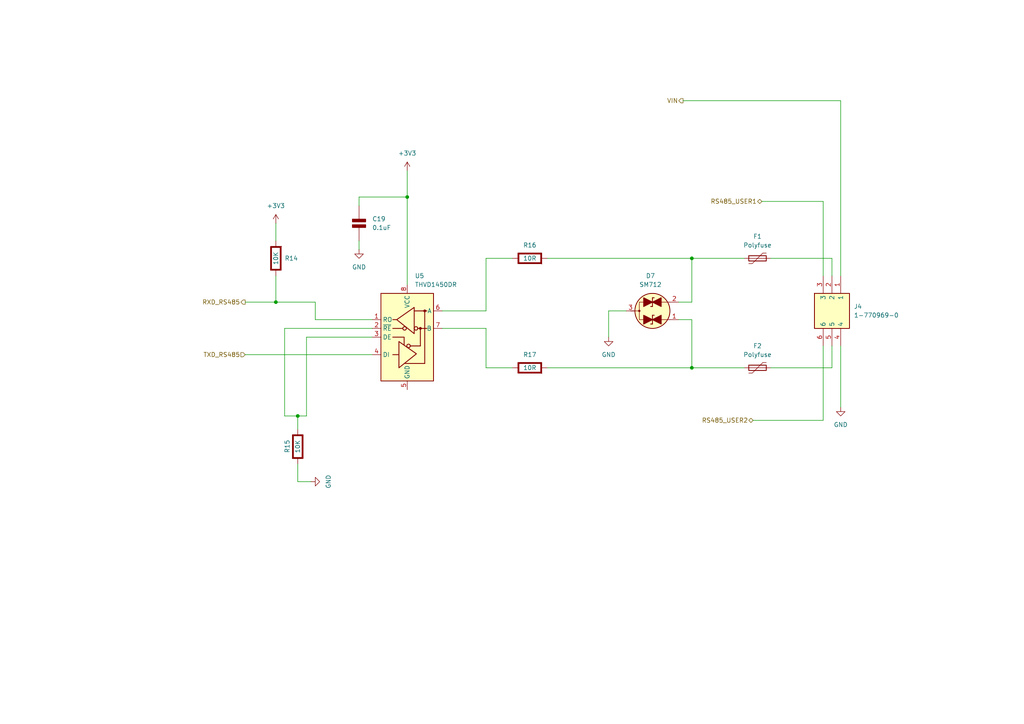
<source format=kicad_sch>
(kicad_sch (version 20250114) (generator "eeschema") (generator_version "9.0")
  (paper "A4")
  (lib_symbols
    (symbol "Device:Polyfuse" (pin_numbers (hide yes)) (pin_names (offset 0))
      (property "Reference" "F" (at -2.54 0 90))
      (property "Value" "Polyfuse" (at 2.54 0 90))
      (symbol "Polyfuse_0_1"
        (polyline (pts (xy -1.524 2.54) (xy -1.524 1.524) (xy 1.524 -1.524) (xy 1.524 -2.54)))
        (rectangle (start -0.762 2.54) (end 0.762 -2.54) (stroke (width 0.254)))
        (polyline (pts (xy 0 2.54) (xy 0 -2.54)))
      )
      (symbol "Polyfuse_1_1"
        (pin passive line (at 0 3.81 270) (length 1.27) (name "~") (number "1"))
        (pin passive line (at 0 -3.81 90) (length 1.27) (name "~") (number "2"))
      )
    )
    (symbol "IMU_V100:1-770969-0"
      (property "Reference" "J" (at 9.398 6.35 0))
      (property "Value" "1-770969-0" (at 3.302 4.318 0))
      (symbol "1-770969-0_1_1"
        (rectangle (start 5.08 2.54) (end 15.24 -7.62) (stroke (width 0.254)) (fill (type background)))
        (pin passive line (at 0 0 0) (length 5.08) (name "6") (number "6"))
        (pin passive line (at 0 -2.54 0) (length 5.08) (name "5") (number "5"))
        (pin passive line (at 0 -5.08 0) (length 5.08) (name "4") (number "4"))
        (pin passive line (at 20.32 0 180) (length 5.08) (name "3") (number "3"))
        (pin passive line (at 20.32 -2.54 180) (length 5.08) (name "2") (number "2"))
        (pin passive line (at 20.32 -5.08 180) (length 5.08) (name "1") (number "1"))
      )
    )
    (symbol "Interface_UART:THVD1450DR"
      (property "Reference" "U" (at -6.985 13.97 0))
      (property "Value" "THVD1450DR" (at 1.905 13.97 0))
      (symbol "THVD1450DR_0_1"
        (rectangle (start -7.62 12.7) (end 7.62 -12.7) (stroke (width 0.254)) (fill (type background)))
        (polyline (pts (xy -4.191 2.54) (xy -1.27 2.54)) (stroke (width 0.254)))
        (polyline (pts (xy -4.191 0) (xy -0.889 0) (xy -0.889 -2.286)) (stroke (width 0.254)))
        (polyline (pts (xy -3.175 5.08) (xy -4.191 5.08) (xy -4.064 5.08)) (stroke (width 0.254)))
        (polyline (pts (xy -2.54 -5.08) (xy -4.191 -5.08)) (stroke (width 0.254)))
        (polyline (pts (xy -2.413 -5.08) (xy -2.413 -1.27) (xy 2.667 -4.826) (xy -2.413 -8.89) (xy -2.413 -5.08)) (stroke (width 0.254)))
        (polyline (pts (xy -0.635 -7.62) (xy 5.08 -7.62)) (stroke (width 0.254)))
        (circle (center 0.381 -2.54) (radius 0.508) (stroke (width 0.254)))
        (polyline (pts (xy 0.889 -2.54) (xy 3.81 -2.54)) (stroke (width 0.254)))
        (polyline (pts (xy 2.032 7.62) (xy 5.715 7.62)) (stroke (width 0.254)))
        (polyline (pts (xy 3.048 2.54) (xy 5.715 2.54)) (stroke (width 0.254)))
        (circle (center 3.81 2.54) (radius 0.2794) (stroke (width 0.254)) (fill (type outline)))
        (polyline (pts (xy 3.81 -2.54) (xy 3.81 2.54)) (stroke (width 0.254)))
        (polyline (pts (xy 5.08 -7.62) (xy 5.08 7.62)) (stroke (width 0.254)))
      )
      (symbol "THVD1450DR_1_1"
        (circle (center -0.762 2.54) (radius 0.508) (stroke (width 0.254)))
        (polyline (pts (xy 2.032 4.826) (xy 2.032 8.636) (xy -3.048 5.08) (xy 2.032 1.016) (xy 2.032 4.826)) (stroke (width 0.254)))
        (circle (center 2.54 2.54) (radius 0.508) (stroke (width 0.254)))
        (circle (center 5.08 7.62) (radius 0.2794) (stroke (width 0.254)) (fill (type outline)))
        (pin output line (at -10.16 5.08 0) (length 2.54) (name "RO") (number "1"))
        (pin input line (at -10.16 2.54 0) (length 2.54) (name "~{RE}") (number "2"))
        (pin input line (at -10.16 0 0) (length 2.54) (name "DE") (number "3"))
        (pin input line (at -10.16 -5.08 0) (length 2.54) (name "DI") (number "4"))
        (pin power_in line (at 0 15.24 270) (length 2.54) (name "VCC") (number "8"))
        (pin power_in line (at 0 -15.24 90) (length 2.54) (name "GND") (number "5"))
        (pin bidirectional line (at 10.16 7.62 180) (length 2.54) (name "A") (number "6"))
        (pin bidirectional line (at 10.16 2.54 180) (length 2.54) (name "B") (number "7"))
      )
    )
    (symbol "PCM_Diode_TVS_AKL:SM712" (pin_names (offset 1.016) (hide yes))
      (property "Reference" "D" (at 0 8.89 0))
      (property "Value" "SM712" (at 0 6.35 0))
      (symbol "SM712_0_1"
        (polyline (pts (xy -6.35 0) (xy -3.81 0)))
        (circle (center -3.81 0) (radius 0.254) (fill (type outline)))
        (polyline (pts (xy -2.54 2.54) (xy -3.81 2.54) (xy -3.81 -2.54) (xy -2.54 -2.54)))
        (circle (center 0 0) (radius 5.08) (stroke (width 0.254)) (fill (type background)))
        (polyline (pts (xy 2.54 2.54) (xy 5.08 2.54)))
        (polyline (pts (xy 2.54 -2.54) (xy 5.08 -2.54)))
      )
      (symbol "SM712_0_2"
        (polyline (pts (xy -2.54 5.08) (xy -2.54 -5.08)) (stroke (width 0.254)))
        (polyline (pts (xy -2.54 0) (xy 0 0)))
        (polyline (pts (xy 0 6.35) (xy 0 7.62)))
        (arc (start -2.54 5.08) (mid 0 7.5976) (end 2.54 5.08) (stroke (width 0.254)))
        (polyline (pts (xy 0 1.27) (xy 0 -1.27)))
        (circle (center 0 0) (radius 0.254) (fill (type outline)))
        (arc (start 2.54 -5.08) (mid 0 -7.5976) (end -2.54 -5.08) (stroke (width 0.254)))
        (polyline (pts (xy 0 -6.35) (xy 0 -7.62)))
        (polyline (pts (xy 0 -7.62) (xy -1.016 -7.366) (xy -1.778 -6.858) (xy -2.286 -6.096) (xy -2.54 -5.588) (xy -2.54 5.334) (xy -2.286 6.096) (xy -2.032 6.604) (xy -1.524 7.112) (xy -0.254 7.62) (xy 0.254 7.62) (xy 1.524 7.112) (xy 2.032 6.604) (xy 2.286 6.096) (xy 2.54 5.334) (xy 2.54 0.254) (xy 2.54 -5.334) (xy 2.286 -6.096) (xy 2.032 -6.604) (xy 1.524 -7.112) (xy 1.016 -7.366) (xy 0 -7.62)) (stroke (width 0.01)) (fill (type background)))
        (polyline (pts (xy 2.54 -5.08) (xy 2.54 5.08)) (stroke (width 0.254)))
      )
      (symbol "SM712_1_1"
        (polyline (pts (xy -2.54 1.27) (xy -2.54 3.81) (xy 0 2.54) (xy -2.54 1.27)) (stroke (width 0.254)) (fill (type outline)))
        (polyline (pts (xy -2.54 -3.81) (xy -2.54 -1.27) (xy 0 -2.54) (xy -2.54 -3.81)) (stroke (width 0.254)) (fill (type outline)))
        (polyline (pts (xy -1.27 2.54) (xy 1.27 2.54)))
        (polyline (pts (xy -1.27 -2.54) (xy 1.27 -2.54)))
        (polyline (pts (xy 0 3.81) (xy 0.508 3.81)) (stroke (width 0.254)))
        (polyline (pts (xy 0 2.54) (xy 2.54 1.27) (xy 2.54 3.81) (xy 0 2.54)) (stroke (width 0.254)) (fill (type outline)))
        (polyline (pts (xy 0 1.27) (xy -0.508 1.27)) (stroke (width 0.254)))
        (polyline (pts (xy 0 1.27) (xy 0 3.81)) (stroke (width 0.254)))
        (polyline (pts (xy 0 -1.27) (xy 0.508 -1.27)) (stroke (width 0.254)))
        (polyline (pts (xy 0 -2.54) (xy 2.54 -3.81) (xy 2.54 -1.27) (xy 0 -2.54)) (stroke (width 0.254)) (fill (type outline)))
        (polyline (pts (xy 0 -3.81) (xy -0.508 -3.81)) (stroke (width 0.254)))
        (polyline (pts (xy 0 -3.81) (xy 0 -1.27)) (stroke (width 0.254)))
        (pin passive line (at -7.62 0 0) (length 2.54) (name "Com") (number "3"))
        (pin passive line (at 7.62 2.54 180) (length 2.54) (name "A2") (number "2"))
        (pin passive line (at 7.62 -2.54 180) (length 2.54) (name "A1") (number "1"))
      )
      (symbol "SM712_1_2"
        (polyline (pts (xy -1.27 3.81) (xy -1.27 4.318)) (stroke (width 0.254)))
        (polyline (pts (xy -1.27 -3.81) (xy -1.27 -3.302)) (stroke (width 0.254)))
        (polyline (pts (xy 0 3.81) (xy 1.27 6.35) (xy -1.27 6.35) (xy 0 3.81)) (stroke (width 0.254)) (fill (type outline)))
        (polyline (pts (xy 0 -3.81) (xy 1.27 -1.27) (xy -1.27 -1.27) (xy 0 -3.81)) (stroke (width 0.254)) (fill (type outline)))
        (polyline (pts (xy 1.27 3.81) (xy -1.27 3.81)) (stroke (width 0.254)))
        (polyline (pts (xy 1.27 3.81) (xy 1.27 3.302)) (stroke (width 0.254)))
        (polyline (pts (xy 1.27 1.27) (xy -1.27 1.27) (xy 0 3.81) (xy 1.27 1.27)) (stroke (width 0.254)) (fill (type outline)))
        (polyline (pts (xy 1.27 -3.81) (xy -1.27 -3.81)) (stroke (width 0.254)))
        (polyline (pts (xy 1.27 -3.81) (xy 1.27 -4.318)) (stroke (width 0.254)))
        (polyline (pts (xy 1.27 -6.35) (xy -1.27 -6.35) (xy 0 -3.81) (xy 1.27 -6.35)) (stroke (width 0.254)) (fill (type outline)))
        (pin passive line (at -5.08 0 0) (length 2.54) (name "Com") (number "3"))
        (pin passive line (at 0 10.16 270) (length 2.54) (name "A2") (number "2"))
        (pin passive line (at 0 -10.16 90) (length 2.54) (name "A1") (number "1"))
      )
    )
    (symbol "PCM_Elektuur:C" (pin_numbers (hide yes)) (pin_names (offset 0) (hide yes))
      (property "Reference" "C" (at 0.635 3.175 0))
      (property "Value" "C" (at 0.635 -3.175 0))
      (symbol "C_1_1"
        (rectangle (start -1.905 1.1938) (end 1.905 0.4318) (stroke (width 0.254)) (fill (type outline)))
        (rectangle (start -1.905 -0.4318) (end 1.905 -1.1938) (stroke (width 0.254)) (fill (type outline)))
        (pin passive line (at 0 5.08 270) (length 3.8862) (name "+") (number "1"))
        (pin passive line (at 0 -5.08 90) (length 3.8862) (name "-") (number "2"))
      )
      (symbol "C_1_2"
        (polyline (pts (xy -1.905 0.4318) (xy 1.905 0.4318) (xy 1.905 1.4986) (xy -1.905 1.4986) (xy -1.905 0.4318) (xy -1.8034 0.5334) (xy -1.8034 1.397) (xy 1.8034 1.397) (xy 1.8034 0.5334) (xy -1.8034 0.5334) (xy -1.905 0.4318)) (stroke (width 0.254)) (fill (type outline)))
        (polyline (pts (xy -1.905 -1.4986) (xy 1.905 -1.4986) (xy 1.905 -0.4318) (xy -1.905 -0.4318) (xy -1.905 -1.4986) (xy -1.8034 -1.397) (xy -1.8034 -0.5334) (xy 1.8034 -0.5334) (xy 1.8034 -1.397) (xy -1.8034 -1.397) (xy -1.905 -1.4986)) (stroke (width 0.254)) (fill (type outline)))
        (pin passive line (at 0 5.08 270) (length 3.5814) (name "+") (number "1"))
        (pin passive line (at 0 -5.08 90) (length 3.5814) (name "-") (number "2"))
      )
    )
    (symbol "PCM_Elektuur:R" (pin_numbers (hide yes)) (pin_names (offset 0) (hide yes))
      (property "Reference" "R" (at 2.54 3.175 0))
      (property "Value" "R" (at 0 0 90))
      (symbol "R_1_1"
        (polyline (pts (xy -1.524 -3.429) (xy 1.524 -3.429) (xy 1.524 3.429) (xy -1.524 3.429) (xy -1.524 -3.429) (xy -1.27 -3.175) (xy -1.27 3.175) (xy 1.27 3.175) (xy 1.27 -3.175) (xy -1.27 -3.175) (xy -1.524 -3.429)) (stroke (width 0.254)) (fill (type outline)))
        (pin passive line (at 0 5.08 270) (length 1.651) (name "+") (number "1"))
        (pin passive line (at 0 -5.08 90) (length 1.651) (name "-") (number "2"))
      )
      (symbol "R_1_2"
        (polyline (pts (xy -0.508 -3.429) (xy 1.524 -3.429) (xy 1.524 3.429) (xy -0.508 3.429) (xy -0.508 3.175) (xy 1.27 3.175) (xy 1.27 -3.175) (xy -0.508 -3.175) (xy -0.508 -3.429)) (stroke (width 0.254)) (fill (type outline)))
        (pin passive line (at 0 5.08 270) (length 1.651) (name "+") (number "1"))
        (pin passive line (at 0 -5.08 90) (length 1.651) (name "-") (number "2"))
      )
      (symbol "R_1_3"
        (polyline (pts (xy 0 3.4798) (xy 0 3.2004) (xy 0.7112 2.794) (xy -1.1938 1.6764) (xy 0.7112 0.5588) (xy -1.1938 -0.5588) (xy 0.7112 -1.6764) (xy -1.1938 -2.794) (xy 0 -3.4798) (xy 0 -3.2004) (xy -0.7112 -2.794) (xy 1.1938 -1.6764) (xy -0.7112 -0.5588) (xy 1.1938 0.5588) (xy -0.7112 1.6764) (xy 1.1938 2.794) (xy 0 3.4798)) (stroke (width 0.254)) (fill (type outline)))
        (pin passive line (at 0 5.08 270) (length 1.6002) (name "+") (number "1"))
        (pin passive line (at 0 -5.08 90) (length 1.6002) (name "-") (number "2"))
      )
      (symbol "R_1_4"
        (polyline (pts (xy 0 4.5466) (xy 0 4.2672) (xy 0.0508 4.2418) (xy 1.016 3.683) (xy -1.524 2.2098) (xy 1.016 0.7366) (xy -1.524 -0.7366) (xy 1.016 -2.2098) (xy -1.524 -3.683) (xy -0.0762 -4.5212) (xy 0 -4.5466) (xy 0 -4.2672) (xy -0.0508 -4.2418) (xy -1.016 -3.683) (xy 1.524 -2.2098) (xy -1.016 -0.7366) (xy 1.524 0.7366) (xy -1.016 2.2098) (xy 1.524 3.683) (xy 0.0762 4.5212) (xy 0 4.5466)) (stroke (width 0.254)) (fill (type outline)))
        (pin passive line (at 0 5.08 270) (length 0.5334) (name "+") (number "1"))
        (pin passive line (at 0 -5.08 90) (length 0.5334) (name "-") (number "2"))
      )
    )
    (symbol "power:+3V3" (power) (pin_numbers (hide yes)) (pin_names (offset 0) (hide yes))
      (property "Value" "+3V3" (at 0 3.556 0))
      (symbol "+3V3_0_1"
        (polyline (pts (xy -0.762 1.27) (xy 0 2.54)))
        (polyline (pts (xy 0 2.54) (xy 0.762 1.27)))
        (polyline (pts (xy 0 0) (xy 0 2.54)))
      )
      (symbol "+3V3_1_1"
        (pin power_in line (at 0 0 90) (length 0) (name "~") (number "1"))
      )
    )
    (symbol "power:GND" (power) (pin_numbers (hide yes)) (pin_names (offset 0) (hide yes))
      (property "Value" "GND" (at 0 -3.81 0))
      (symbol "GND_0_1"
        (polyline (pts (xy 0 0) (xy 0 -1.27) (xy 1.27 -1.27) (xy 0 -2.54) (xy -1.27 -1.27) (xy 0 -1.27)))
      )
      (symbol "GND_1_1"
        (pin power_in line (at 0 0 270) (length 0) (name "~") (number "1"))
      )
    )
  )
  (junction (at 86.36 120.65))
  (junction (at 80.01 87.63))
  (junction (at 200.66 106.68))
  (junction (at 200.66 74.93))
  (junction (at 118.11 57.15))
  (wire (pts (xy 200.66 87.63) (xy 200.66 74.93)))
  (wire (pts (xy 104.14 72.39) (xy 104.14 69.85)))
  (wire (pts (xy 88.9 97.79) (xy 107.95 97.79)))
  (wire (pts (xy 238.76 121.92) (xy 238.76 100.33)))
  (wire (pts (xy 241.3 100.33) (xy 241.3 106.68)))
  (wire (pts (xy 238.76 58.42) (xy 220.98 58.42)))
  (wire (pts (xy 196.85 87.63) (xy 200.66 87.63)))
  (wire (pts (xy 218.44 121.92) (xy 238.76 121.92)))
  (wire (pts (xy 176.53 90.17) (xy 181.61 90.17)))
  (wire (pts (xy 176.53 90.17) (xy 176.53 97.79)))
  (wire (pts (xy 80.01 80.01) (xy 80.01 87.63)))
  (wire (pts (xy 223.52 106.68) (xy 241.3 106.68)))
  (wire (pts (xy 223.52 74.93) (xy 241.3 74.93)))
  (wire (pts (xy 140.97 90.17) (xy 140.97 74.93)))
  (wire (pts (xy 82.55 95.25) (xy 82.55 120.65)))
  (wire (pts (xy 86.36 139.7) (xy 90.17 139.7)))
  (wire (pts (xy 200.66 74.93) (xy 215.9 74.93)))
  (wire (pts (xy 104.14 57.15) (xy 104.14 59.69)))
  (wire (pts (xy 80.01 64.77) (xy 80.01 69.85)))
  (wire (pts (xy 82.55 120.65) (xy 86.36 120.65)))
  (wire (pts (xy 91.44 92.71) (xy 107.95 92.71)))
  (wire (pts (xy 200.66 92.71) (xy 200.66 106.68)))
  (wire (pts (xy 238.76 80.01) (xy 238.76 58.42)))
  (wire (pts (xy 107.95 95.25) (xy 82.55 95.25)))
  (wire (pts (xy 118.11 57.15) (xy 104.14 57.15)))
  (wire (pts (xy 91.44 92.71) (xy 91.44 87.63)))
  (wire (pts (xy 140.97 106.68) (xy 148.59 106.68)))
  (wire (pts (xy 196.85 92.71) (xy 200.66 92.71)))
  (wire (pts (xy 86.36 124.46) (xy 86.36 120.65)))
  (wire (pts (xy 71.12 102.87) (xy 107.95 102.87)))
  (wire (pts (xy 140.97 74.93) (xy 148.59 74.93)))
  (wire (pts (xy 86.36 134.62) (xy 86.36 139.7)))
  (wire (pts (xy 198.12 29.21) (xy 243.84 29.21)))
  (wire (pts (xy 158.75 106.68) (xy 200.66 106.68)))
  (wire (pts (xy 243.84 29.21) (xy 243.84 80.01)))
  (wire (pts (xy 88.9 120.65) (xy 88.9 97.79)))
  (wire (pts (xy 80.01 87.63) (xy 91.44 87.63)))
  (wire (pts (xy 128.27 90.17) (xy 140.97 90.17)))
  (wire (pts (xy 140.97 95.25) (xy 140.97 106.68)))
  (wire (pts (xy 241.3 80.01) (xy 241.3 74.93)))
  (wire (pts (xy 88.9 120.65) (xy 86.36 120.65)))
  (wire (pts (xy 243.84 100.33) (xy 243.84 118.11)))
  (wire (pts (xy 128.27 95.25) (xy 140.97 95.25)))
  (wire (pts (xy 200.66 106.68) (xy 215.9 106.68)))
  (wire (pts (xy 71.12 87.63) (xy 80.01 87.63)))
  (wire (pts (xy 158.75 74.93) (xy 200.66 74.93)))
  (wire (pts (xy 118.11 57.15) (xy 118.11 82.55)))
  (wire (pts (xy 118.11 49.53) (xy 118.11 57.15)))
  (hierarchical_label "RS485_USER2" (shape bidirectional) (at 218.44 121.92 180))
  (hierarchical_label "VIN" (shape output) (at 198.12 29.21 180))
  (hierarchical_label "TXD_RS485" (shape input) (at 71.12 102.87 180))
  (hierarchical_label "RXD_RS485" (shape output) (at 71.12 87.63 180))
  (hierarchical_label "RS485_USER1" (shape bidirectional) (at 220.98 58.42 180))
  (symbol (lib_id "PCM_Elektuur:R") (at 153.67 106.68 90) (unit 1)
    (property "Reference" "R17" (at 153.67 102.87 90))
    (property "Value" "10R" (at 153.67 106.68 90))
    (property "Description" "resistor" (effects (hide yes)))
    (property "Indicator" "+" (effects (hide yes)))
    (property "Rating" "W" (effects (hide yes)))
  )
  (symbol (lib_id "power:GND") (at 104.14 72.39 0) (unit 1)
    (property "Reference" "#PWR029" (effects (hide yes)))
    (property "Value" "GND" (at 104.14 77.47 0))
    (property "Description" "Power symbol creates a global label with name \"GND\" , ground" (effects (hide yes)))
  )
  (symbol (lib_id "power:+3V3") (at 80.01 64.77 0) (unit 1)
    (property "Reference" "#PWR027" (effects (hide yes)))
    (property "Value" "+3V3" (at 80.01 59.69 0))
    (property "Description" "Power symbol creates a global label with name \"+3V3\"" (effects (hide yes)))
  )
  (symbol (lib_id "power:+3V3") (at 118.11 49.53 0) (unit 1)
    (property "Reference" "#PWR030" (effects (hide yes)))
    (property "Value" "+3V3" (at 118.11 44.45 0))
    (property "Description" "Power symbol creates a global label with name \"+3V3\"" (effects (hide yes)))
  )
  (symbol (lib_id "PCM_Diode_TVS_AKL:SM712") (at 189.23 90.17 0) (unit 1)
    (property "Reference" "D7" (at 188.6585 80.01 0))
    (property "Value" "SM712" (at 188.6585 82.55 0))
    (property "Footprint" "PCM_Package_TO_SOT_SMD_AKL:SOT-23" (effects (hide yes)))
    (property "Datasheet" "https://www.tme.eu/Document/75933fc1842e5f5f3391c0542bf992c7/SM712.pdf" (effects (hide yes)))
    (property "Description" "SOT-23 Dual bidirectional TVS diode, 12V/7V, 600W, Alternate KiCAD Library" (effects (hide yes)))
  )
  (symbol (lib_id "power:GND") (at 176.53 97.79 0) (unit 1)
    (property "Reference" "#PWR031" (effects (hide yes)))
    (property "Value" "GND" (at 176.53 102.87 0))
    (property "Description" "Power symbol creates a global label with name \"GND\" , ground" (effects (hide yes)))
  )
  (symbol (lib_id "Interface_UART:THVD1450DR") (at 118.11 97.79 0) (unit 1)
    (property "Reference" "U5" (at 120.3041 80.01 0) (effects (justify left)))
    (property "Value" "THVD1450DR" (at 120.3041 82.55 0) (effects (justify left)))
    (property "Footprint" "Package_SON:VSON-8-1EP_3x3mm_P0.65mm_EP1.6x2.4mm" (effects (hide yes)))
    (property "Datasheet" "https://www.ti.com/lit/ds/symlink/thvd1450.pdf" (effects (hide yes)))
    (property "Description" "3.3-V to 5-V RS-485 transceiver with ±18-kV IEC ESD protection, VSON-8" (effects (hide yes)))
    (property "Manufacturer" "Texas Instruments" (effects (hide yes)))
  )
  (symbol (lib_id "PCM_Elektuur:C") (at 104.14 64.77 0) (unit 1)
    (property "Reference" "C19" (at 107.95 63.4999 0) (effects (justify left)))
    (property "Value" "0.1uF" (at 107.95 66.0399 0) (effects (justify left)))
    (property "Description" "capacitor, non-polarized/bipolar" (effects (hide yes)))
    (property "Indicator" "+" (effects (hide yes)))
    (property "Rating" "V" (effects (hide yes)))
  )
  (symbol (lib_id "Device:Polyfuse") (at 219.71 106.68 90) (unit 1)
    (property "Reference" "F2" (at 219.71 100.33 90))
    (property "Value" "Polyfuse" (at 219.71 102.87 90))
    (property "Description" "Resettable fuse, polymeric positive temperature coefficient" (effects (hide yes)))
  )
  (symbol (lib_id "power:GND") (at 90.17 139.7 90) (unit 1)
    (property "Reference" "#PWR028" (effects (hide yes)))
    (property "Value" "GND" (at 95.25 139.7 0))
    (property "Description" "Power symbol creates a global label with name \"GND\" , ground" (effects (hide yes)))
  )
  (symbol (lib_id "IMU_V100:1-770969-0") (at 238.76 100.33 90) (unit 1)
    (property "Reference" "J4" (at 247.65 88.8999 90) (effects (justify right)))
    (property "Value" "1-770969-0" (at 247.65 91.4399 90) (effects (justify right)))
    (property "Footprint" "Footprints:17709690" (effects (hide yes)))
    (property "Datasheet" "https://www.te.com/commerce/DocumentDelivery/DDEController?Action=srchrtrv&DocNm=770969&DocType=Customer%20Drawing&DocLang=English&DocFormat=pdf&PartCntxt=1-770969-0" (effects (hide yes)))
    (property "Description" "PCB Mount Header, Right Angle, Wire-to-Board, 6 Position, 4.14 mm [.162 in] Centerline, Fully Shrouded, Tin, Mini-Universal MATE-N-LOK" (effects (hide yes)))
    (property "Height" "11.99" (effects (hide yes)))
    (property "Manufacturer_Name" "TE Connectivity" (effects (hide yes)))
    (property "Manufacturer_Part_Number" "1-770969-0" (effects (hide yes)))
    (property "Mouser Part Number" "571-1-770969-0" (effects (hide yes)))
    (property "Mouser Price/Stock" "https://www.mouser.co.uk/ProductDetail/TE-Connectivity-AMP/1-770969-0?qs=qXO2HHLAcoJbD0GMLxxebg%3D%3D" (effects (hide yes)))
    (property "Arrow Part Number" "1-770969-0" (effects (hide yes)))
    (property "Arrow Price/Stock" "https://www.arrow.com/en/products/1-770969-0/te-connectivity?region=europe" (effects (hide yes)))
  )
  (symbol (lib_id "PCM_Elektuur:R") (at 153.67 74.93 90) (unit 1)
    (property "Reference" "R16" (at 153.67 71.12 90))
    (property "Value" "10R" (at 153.67 74.93 90))
    (property "Description" "resistor" (effects (hide yes)))
    (property "Indicator" "+" (effects (hide yes)))
    (property "Rating" "W" (effects (hide yes)))
  )
  (symbol (lib_id "PCM_Elektuur:R") (at 80.01 74.93 180) (unit 1)
    (property "Reference" "R14" (at 82.55 74.9299 0) (effects (justify right)))
    (property "Value" "10K" (at 80.01 74.93 90))
    (property "Description" "resistor" (effects (hide yes)))
    (property "Indicator" "+" (effects (hide yes)))
    (property "Rating" "W" (effects (hide yes)))
  )
  (symbol (lib_id "power:GND") (at 243.84 118.11 0) (unit 1)
    (property "Reference" "#PWR032" (effects (hide yes)))
    (property "Value" "GND" (at 243.84 123.19 0))
    (property "Description" "Power symbol creates a global label with name \"GND\" , ground" (effects (hide yes)))
  )
  (symbol (lib_id "PCM_Elektuur:R") (at 86.36 129.54 0) (unit 1)
    (property "Reference" "R15" (at 83.312 127.508 90) (effects (justify right)))
    (property "Value" "10K" (at 86.36 129.54 90))
    (property "Description" "resistor" (effects (hide yes)))
    (property "Indicator" "+" (effects (hide yes)))
    (property "Rating" "W" (effects (hide yes)))
  )
  (symbol (lib_id "Device:Polyfuse") (at 219.71 74.93 90) (unit 1)
    (property "Reference" "F1" (at 219.71 68.58 90))
    (property "Value" "Polyfuse" (at 219.71 71.12 90))
    (property "Description" "Resettable fuse, polymeric positive temperature coefficient" (effects (hide yes)))
  )
)
</source>
